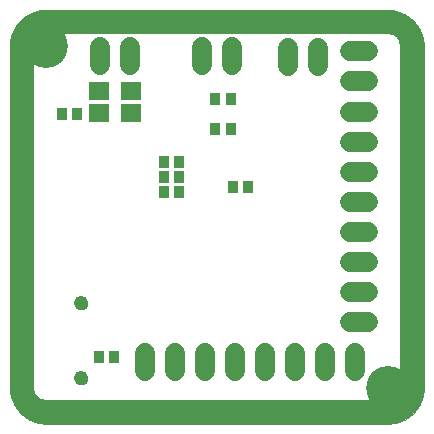
<source format=gbs>
G04 EAGLE Gerber RS-274X export*
G75*
%MOMM*%
%FSLAX35Y35*%
%LPD*%
%INsolder_mask_bottom*%
%IPPOS*%
%AMOC8*
5,1,8,0,0,1.08239X$1,22.5*%
G01*
%ADD10C,0.000000*%
%ADD11C,2.000000*%
%ADD12R,0.903200X1.103200*%
%ADD13R,1.703200X1.503200*%
%ADD14C,1.727200*%
%ADD15C,1.223200*%
%ADD16C,3.719200*%


D10*
X100Y3199800D02*
X100Y299800D01*
X188Y292551D01*
X450Y285306D01*
X888Y278070D01*
X1501Y270846D01*
X2287Y263639D01*
X3248Y256453D01*
X4382Y249293D01*
X5689Y242162D01*
X7168Y235065D01*
X8817Y228005D01*
X10637Y220988D01*
X12626Y214016D01*
X14783Y207095D01*
X17106Y200228D01*
X19595Y193419D01*
X22248Y186672D01*
X25062Y179991D01*
X28038Y173380D01*
X31172Y166843D01*
X34463Y160383D01*
X37910Y154005D01*
X41509Y147712D01*
X45260Y141508D01*
X49159Y135396D01*
X53205Y129381D01*
X57395Y123464D01*
X61727Y117651D01*
X66198Y111944D01*
X70805Y106347D01*
X75547Y100863D01*
X80419Y95495D01*
X85420Y90247D01*
X90547Y85120D01*
X95795Y80119D01*
X101163Y75247D01*
X106647Y70505D01*
X112244Y65898D01*
X117951Y61427D01*
X123764Y57095D01*
X129681Y52905D01*
X135696Y48859D01*
X141808Y44960D01*
X148012Y41209D01*
X154305Y37610D01*
X160683Y34163D01*
X167143Y30872D01*
X173680Y27738D01*
X180291Y24762D01*
X186972Y21948D01*
X193719Y19295D01*
X200528Y16806D01*
X207395Y14483D01*
X214316Y12326D01*
X221288Y10337D01*
X228305Y8517D01*
X235365Y6868D01*
X242462Y5389D01*
X249593Y4082D01*
X256753Y2948D01*
X263939Y1987D01*
X271146Y1201D01*
X278370Y588D01*
X285606Y150D01*
X292851Y-112D01*
X300100Y-200D01*
X3200100Y-200D01*
X3207349Y-112D01*
X3214594Y150D01*
X3221830Y588D01*
X3229054Y1201D01*
X3236261Y1987D01*
X3243447Y2948D01*
X3250607Y4082D01*
X3257738Y5389D01*
X3264835Y6868D01*
X3271895Y8517D01*
X3278912Y10337D01*
X3285884Y12326D01*
X3292805Y14483D01*
X3299672Y16806D01*
X3306481Y19295D01*
X3313228Y21948D01*
X3319909Y24762D01*
X3326520Y27738D01*
X3333057Y30872D01*
X3339517Y34163D01*
X3345895Y37610D01*
X3352188Y41209D01*
X3358392Y44960D01*
X3364504Y48859D01*
X3370519Y52905D01*
X3376436Y57095D01*
X3382249Y61427D01*
X3387956Y65898D01*
X3393553Y70505D01*
X3399037Y75247D01*
X3404405Y80119D01*
X3409653Y85120D01*
X3414780Y90247D01*
X3419781Y95495D01*
X3424653Y100863D01*
X3429395Y106347D01*
X3434002Y111944D01*
X3438473Y117651D01*
X3442805Y123464D01*
X3446995Y129381D01*
X3451041Y135396D01*
X3454940Y141508D01*
X3458691Y147712D01*
X3462290Y154005D01*
X3465737Y160383D01*
X3469028Y166843D01*
X3472162Y173380D01*
X3475138Y179991D01*
X3477952Y186672D01*
X3480605Y193419D01*
X3483094Y200228D01*
X3485417Y207095D01*
X3487574Y214016D01*
X3489563Y220988D01*
X3491383Y228005D01*
X3493032Y235065D01*
X3494511Y242162D01*
X3495818Y249293D01*
X3496952Y256453D01*
X3497913Y263639D01*
X3498699Y270846D01*
X3499312Y278070D01*
X3499750Y285306D01*
X3500012Y292551D01*
X3500100Y299800D01*
X3500100Y3199800D01*
X3500012Y3207049D01*
X3499750Y3214294D01*
X3499312Y3221530D01*
X3498699Y3228754D01*
X3497913Y3235961D01*
X3496952Y3243147D01*
X3495818Y3250307D01*
X3494511Y3257438D01*
X3493032Y3264535D01*
X3491383Y3271595D01*
X3489563Y3278612D01*
X3487574Y3285584D01*
X3485417Y3292505D01*
X3483094Y3299372D01*
X3480605Y3306181D01*
X3477952Y3312928D01*
X3475138Y3319609D01*
X3472162Y3326220D01*
X3469028Y3332757D01*
X3465737Y3339217D01*
X3462290Y3345595D01*
X3458691Y3351888D01*
X3454940Y3358092D01*
X3451041Y3364204D01*
X3446995Y3370219D01*
X3442805Y3376136D01*
X3438473Y3381949D01*
X3434002Y3387656D01*
X3429395Y3393253D01*
X3424653Y3398737D01*
X3419781Y3404105D01*
X3414780Y3409353D01*
X3409653Y3414480D01*
X3404405Y3419481D01*
X3399037Y3424353D01*
X3393553Y3429095D01*
X3387956Y3433702D01*
X3382249Y3438173D01*
X3376436Y3442505D01*
X3370519Y3446695D01*
X3364504Y3450741D01*
X3358392Y3454640D01*
X3352188Y3458391D01*
X3345895Y3461990D01*
X3339517Y3465437D01*
X3333057Y3468728D01*
X3326520Y3471862D01*
X3319909Y3474838D01*
X3313228Y3477652D01*
X3306481Y3480305D01*
X3299672Y3482794D01*
X3292805Y3485117D01*
X3285884Y3487274D01*
X3278912Y3489263D01*
X3271895Y3491083D01*
X3264835Y3492732D01*
X3257738Y3494211D01*
X3250607Y3495518D01*
X3243447Y3496652D01*
X3236261Y3497613D01*
X3229054Y3498399D01*
X3221830Y3499012D01*
X3214594Y3499450D01*
X3207349Y3499712D01*
X3200100Y3499800D01*
X300100Y3499800D01*
X292851Y3499712D01*
X285606Y3499450D01*
X278370Y3499012D01*
X271146Y3498399D01*
X263939Y3497613D01*
X256753Y3496652D01*
X249593Y3495518D01*
X242462Y3494211D01*
X235365Y3492732D01*
X228305Y3491083D01*
X221288Y3489263D01*
X214316Y3487274D01*
X207395Y3485117D01*
X200528Y3482794D01*
X193719Y3480305D01*
X186972Y3477652D01*
X180291Y3474838D01*
X173680Y3471862D01*
X167143Y3468728D01*
X160683Y3465437D01*
X154305Y3461990D01*
X148012Y3458391D01*
X141808Y3454640D01*
X135696Y3450741D01*
X129681Y3446695D01*
X123764Y3442505D01*
X117951Y3438173D01*
X112244Y3433702D01*
X106647Y3429095D01*
X101163Y3424353D01*
X95795Y3419481D01*
X90547Y3414480D01*
X85420Y3409353D01*
X80419Y3404105D01*
X75547Y3398737D01*
X70805Y3393253D01*
X66198Y3387656D01*
X61727Y3381949D01*
X57395Y3376136D01*
X53205Y3370219D01*
X49159Y3364204D01*
X45260Y3358092D01*
X41509Y3351888D01*
X37910Y3345595D01*
X34463Y3339217D01*
X31172Y3332757D01*
X28038Y3326220D01*
X25062Y3319609D01*
X22248Y3312928D01*
X19595Y3306181D01*
X17106Y3299372D01*
X14783Y3292505D01*
X12626Y3285584D01*
X10637Y3278612D01*
X8817Y3271595D01*
X7168Y3264535D01*
X5689Y3257438D01*
X4382Y3250307D01*
X3248Y3243147D01*
X2287Y3235961D01*
X1501Y3228754D01*
X888Y3221530D01*
X450Y3214294D01*
X188Y3207049D01*
X100Y3199800D01*
D11*
X300000Y100000D02*
X3200000Y100000D01*
X300000Y100000D02*
X295167Y100058D01*
X290337Y100234D01*
X285513Y100525D01*
X280697Y100934D01*
X275893Y101458D01*
X271102Y102099D01*
X266329Y102855D01*
X261575Y103726D01*
X256843Y104712D01*
X252137Y105812D01*
X247459Y107025D01*
X242811Y108351D01*
X238197Y109789D01*
X233618Y111338D01*
X229079Y112997D01*
X224581Y114765D01*
X220127Y116642D01*
X215720Y118625D01*
X211362Y120715D01*
X207055Y122909D01*
X202803Y125206D01*
X198608Y127606D01*
X194472Y130106D01*
X190397Y132706D01*
X186387Y135403D01*
X182443Y138197D01*
X178567Y141084D01*
X174763Y144065D01*
X171032Y147137D01*
X167375Y150298D01*
X163797Y153546D01*
X160298Y156880D01*
X156880Y160298D01*
X153546Y163797D01*
X150298Y167375D01*
X147137Y171032D01*
X144065Y174763D01*
X141084Y178567D01*
X138197Y182443D01*
X135403Y186387D01*
X132706Y190397D01*
X130106Y194472D01*
X127606Y198608D01*
X125206Y202803D01*
X122909Y207055D01*
X120715Y211362D01*
X118625Y215720D01*
X116642Y220127D01*
X114765Y224581D01*
X112997Y229079D01*
X111338Y233618D01*
X109789Y238197D01*
X108351Y242811D01*
X107025Y247459D01*
X105812Y252137D01*
X104712Y256843D01*
X103726Y261575D01*
X102855Y266329D01*
X102099Y271102D01*
X101458Y275893D01*
X100934Y280697D01*
X100525Y285513D01*
X100234Y290337D01*
X100058Y295167D01*
X100000Y300000D01*
X100000Y3200000D01*
X100058Y3204833D01*
X100234Y3209663D01*
X100525Y3214487D01*
X100934Y3219303D01*
X101458Y3224107D01*
X102099Y3228898D01*
X102855Y3233671D01*
X103726Y3238425D01*
X104712Y3243157D01*
X105812Y3247863D01*
X107025Y3252541D01*
X108351Y3257189D01*
X109789Y3261803D01*
X111338Y3266382D01*
X112997Y3270921D01*
X114765Y3275419D01*
X116642Y3279873D01*
X118625Y3284280D01*
X120715Y3288638D01*
X122909Y3292945D01*
X125206Y3297197D01*
X127606Y3301392D01*
X130106Y3305528D01*
X132706Y3309603D01*
X135403Y3313613D01*
X138197Y3317557D01*
X141084Y3321433D01*
X144065Y3325237D01*
X147137Y3328968D01*
X150298Y3332625D01*
X153546Y3336203D01*
X156880Y3339702D01*
X160298Y3343120D01*
X163797Y3346454D01*
X167375Y3349702D01*
X171032Y3352863D01*
X174763Y3355935D01*
X178567Y3358916D01*
X182443Y3361803D01*
X186387Y3364597D01*
X190397Y3367294D01*
X194472Y3369894D01*
X198608Y3372394D01*
X202803Y3374794D01*
X207055Y3377091D01*
X211362Y3379285D01*
X215720Y3381375D01*
X220127Y3383358D01*
X224581Y3385235D01*
X229079Y3387003D01*
X233618Y3388662D01*
X238197Y3390211D01*
X242811Y3391649D01*
X247459Y3392975D01*
X252137Y3394188D01*
X256843Y3395288D01*
X261575Y3396274D01*
X266329Y3397145D01*
X271102Y3397901D01*
X275893Y3398542D01*
X280697Y3399066D01*
X285513Y3399475D01*
X290337Y3399766D01*
X295167Y3399942D01*
X300000Y3400000D01*
X3200000Y3400000D01*
X3204833Y3399942D01*
X3209663Y3399766D01*
X3214487Y3399475D01*
X3219303Y3399066D01*
X3224107Y3398542D01*
X3228898Y3397901D01*
X3233671Y3397145D01*
X3238425Y3396274D01*
X3243157Y3395288D01*
X3247863Y3394188D01*
X3252541Y3392975D01*
X3257189Y3391649D01*
X3261803Y3390211D01*
X3266382Y3388662D01*
X3270921Y3387003D01*
X3275419Y3385235D01*
X3279873Y3383358D01*
X3284280Y3381375D01*
X3288638Y3379285D01*
X3292945Y3377091D01*
X3297197Y3374794D01*
X3301392Y3372394D01*
X3305528Y3369894D01*
X3309603Y3367294D01*
X3313613Y3364597D01*
X3317557Y3361803D01*
X3321433Y3358916D01*
X3325237Y3355935D01*
X3328968Y3352863D01*
X3332625Y3349702D01*
X3336203Y3346454D01*
X3339702Y3343120D01*
X3343120Y3339702D01*
X3346454Y3336203D01*
X3349702Y3332625D01*
X3352863Y3328968D01*
X3355935Y3325237D01*
X3358916Y3321433D01*
X3361803Y3317557D01*
X3364597Y3313613D01*
X3367294Y3309603D01*
X3369894Y3305528D01*
X3372394Y3301392D01*
X3374794Y3297197D01*
X3377091Y3292945D01*
X3379285Y3288638D01*
X3381375Y3284280D01*
X3383358Y3279873D01*
X3385235Y3275419D01*
X3387003Y3270921D01*
X3388662Y3266382D01*
X3390211Y3261803D01*
X3391649Y3257189D01*
X3392975Y3252541D01*
X3394188Y3247863D01*
X3395288Y3243157D01*
X3396274Y3238425D01*
X3397145Y3233671D01*
X3397901Y3228898D01*
X3398542Y3224107D01*
X3399066Y3219303D01*
X3399475Y3214487D01*
X3399766Y3209663D01*
X3399942Y3204833D01*
X3400000Y3200000D01*
X3400000Y300000D01*
X3399942Y295167D01*
X3399766Y290337D01*
X3399475Y285513D01*
X3399066Y280697D01*
X3398542Y275893D01*
X3397901Y271102D01*
X3397145Y266329D01*
X3396274Y261575D01*
X3395288Y256843D01*
X3394188Y252137D01*
X3392975Y247459D01*
X3391649Y242811D01*
X3390211Y238197D01*
X3388662Y233618D01*
X3387003Y229079D01*
X3385235Y224581D01*
X3383358Y220127D01*
X3381375Y215720D01*
X3379285Y211362D01*
X3377091Y207055D01*
X3374794Y202803D01*
X3372394Y198608D01*
X3369894Y194472D01*
X3367294Y190397D01*
X3364597Y186387D01*
X3361803Y182443D01*
X3358916Y178567D01*
X3355935Y174763D01*
X3352863Y171032D01*
X3349702Y167375D01*
X3346454Y163797D01*
X3343120Y160298D01*
X3339702Y156880D01*
X3336203Y153546D01*
X3332625Y150298D01*
X3328968Y147137D01*
X3325237Y144065D01*
X3321433Y141084D01*
X3317557Y138197D01*
X3313613Y135403D01*
X3309603Y132706D01*
X3305528Y130106D01*
X3301392Y127606D01*
X3297197Y125206D01*
X3292945Y122909D01*
X3288638Y120715D01*
X3284280Y118625D01*
X3279873Y116642D01*
X3275419Y114765D01*
X3270921Y112997D01*
X3266382Y111338D01*
X3261803Y109789D01*
X3257189Y108351D01*
X3252541Y107025D01*
X3247863Y105812D01*
X3243157Y104712D01*
X3238425Y103726D01*
X3233671Y102855D01*
X3228898Y102099D01*
X3224107Y101458D01*
X3219303Y100934D01*
X3214487Y100525D01*
X3209663Y100234D01*
X3204833Y100058D01*
X3200000Y100000D01*
D12*
X1865000Y2748000D03*
X1735000Y2748000D03*
X1735000Y2498000D03*
X1865000Y2498000D03*
X1427500Y2087500D03*
X1297500Y2087500D03*
X2015000Y2000000D03*
X1885000Y2000000D03*
X1427500Y1962500D03*
X1297500Y1962500D03*
X747500Y562500D03*
X877500Y562500D03*
X1297500Y2212500D03*
X1427500Y2212500D03*
D13*
X1025000Y2820000D03*
X1025000Y2630000D03*
D14*
X1016000Y3035300D02*
X1016000Y3187700D01*
X762000Y3187700D02*
X762000Y3035300D01*
X1873250Y3035300D02*
X1873250Y3187700D01*
X1619250Y3187700D02*
X1619250Y3035300D01*
D12*
X565000Y2625000D03*
X435000Y2625000D03*
D13*
X750000Y2630000D03*
X750000Y2820000D03*
D14*
X1136000Y601200D02*
X1136000Y448800D01*
X1390000Y448800D02*
X1390000Y601200D01*
X1644000Y601200D02*
X1644000Y448800D01*
X1898000Y448800D02*
X1898000Y601200D01*
X2152000Y601200D02*
X2152000Y448800D01*
X2406000Y448800D02*
X2406000Y601200D01*
X2660000Y601200D02*
X2660000Y448800D01*
X2914000Y448800D02*
X2914000Y601200D01*
X2873800Y861000D02*
X3026200Y861000D01*
X3026200Y1115000D02*
X2873800Y1115000D01*
X2873800Y1369000D02*
X3026200Y1369000D01*
X3026200Y1623000D02*
X2873800Y1623000D01*
X2873800Y1877000D02*
X3026200Y1877000D01*
X3026200Y2131000D02*
X2873800Y2131000D01*
X2873800Y2385000D02*
X3026200Y2385000D01*
X3026200Y2639000D02*
X2873800Y2639000D01*
X2873800Y2898000D02*
X3026200Y2898000D01*
X3026200Y3152000D02*
X2873800Y3152000D01*
X2602000Y3176200D02*
X2602000Y3023800D01*
X2348000Y3023800D02*
X2348000Y3176200D01*
D10*
X549000Y1017500D02*
X549015Y1018752D01*
X549061Y1020002D01*
X549138Y1021252D01*
X549246Y1022499D01*
X549384Y1023743D01*
X549552Y1024983D01*
X549751Y1026219D01*
X549980Y1027450D01*
X550239Y1028674D01*
X550528Y1029892D01*
X550847Y1031102D01*
X551196Y1032305D01*
X551574Y1033498D01*
X551981Y1034681D01*
X552417Y1035855D01*
X552882Y1037017D01*
X553375Y1038167D01*
X553897Y1039305D01*
X554446Y1040430D01*
X555022Y1041541D01*
X555626Y1042638D01*
X556256Y1043719D01*
X556912Y1044785D01*
X557595Y1045834D01*
X558303Y1046866D01*
X559036Y1047881D01*
X559794Y1048877D01*
X560576Y1049854D01*
X561382Y1050812D01*
X562211Y1051750D01*
X563063Y1052667D01*
X563938Y1053562D01*
X564833Y1054437D01*
X565750Y1055289D01*
X566688Y1056118D01*
X567646Y1056924D01*
X568623Y1057706D01*
X569619Y1058464D01*
X570634Y1059197D01*
X571666Y1059905D01*
X572715Y1060588D01*
X573781Y1061244D01*
X574862Y1061874D01*
X575959Y1062478D01*
X577070Y1063054D01*
X578195Y1063603D01*
X579333Y1064125D01*
X580483Y1064618D01*
X581645Y1065083D01*
X582819Y1065519D01*
X584002Y1065926D01*
X585195Y1066304D01*
X586398Y1066653D01*
X587608Y1066972D01*
X588826Y1067261D01*
X590050Y1067520D01*
X591281Y1067749D01*
X592517Y1067948D01*
X593757Y1068116D01*
X595001Y1068254D01*
X596248Y1068362D01*
X597498Y1068439D01*
X598748Y1068485D01*
X600000Y1068500D01*
X601252Y1068485D01*
X602502Y1068439D01*
X603752Y1068362D01*
X604999Y1068254D01*
X606243Y1068116D01*
X607483Y1067948D01*
X608719Y1067749D01*
X609950Y1067520D01*
X611174Y1067261D01*
X612392Y1066972D01*
X613602Y1066653D01*
X614805Y1066304D01*
X615998Y1065926D01*
X617181Y1065519D01*
X618355Y1065083D01*
X619517Y1064618D01*
X620667Y1064125D01*
X621805Y1063603D01*
X622930Y1063054D01*
X624041Y1062478D01*
X625138Y1061874D01*
X626219Y1061244D01*
X627285Y1060588D01*
X628334Y1059905D01*
X629366Y1059197D01*
X630381Y1058464D01*
X631377Y1057706D01*
X632354Y1056924D01*
X633312Y1056118D01*
X634250Y1055289D01*
X635167Y1054437D01*
X636062Y1053562D01*
X636937Y1052667D01*
X637789Y1051750D01*
X638618Y1050812D01*
X639424Y1049854D01*
X640206Y1048877D01*
X640964Y1047881D01*
X641697Y1046866D01*
X642405Y1045834D01*
X643088Y1044785D01*
X643744Y1043719D01*
X644374Y1042638D01*
X644978Y1041541D01*
X645554Y1040430D01*
X646103Y1039305D01*
X646625Y1038167D01*
X647118Y1037017D01*
X647583Y1035855D01*
X648019Y1034681D01*
X648426Y1033498D01*
X648804Y1032305D01*
X649153Y1031102D01*
X649472Y1029892D01*
X649761Y1028674D01*
X650020Y1027450D01*
X650249Y1026219D01*
X650448Y1024983D01*
X650616Y1023743D01*
X650754Y1022499D01*
X650862Y1021252D01*
X650939Y1020002D01*
X650985Y1018752D01*
X651000Y1017500D01*
X650985Y1016248D01*
X650939Y1014998D01*
X650862Y1013748D01*
X650754Y1012501D01*
X650616Y1011257D01*
X650448Y1010017D01*
X650249Y1008781D01*
X650020Y1007550D01*
X649761Y1006326D01*
X649472Y1005108D01*
X649153Y1003898D01*
X648804Y1002695D01*
X648426Y1001502D01*
X648019Y1000319D01*
X647583Y999145D01*
X647118Y997983D01*
X646625Y996833D01*
X646103Y995695D01*
X645554Y994570D01*
X644978Y993459D01*
X644374Y992362D01*
X643744Y991281D01*
X643088Y990215D01*
X642405Y989166D01*
X641697Y988134D01*
X640964Y987119D01*
X640206Y986123D01*
X639424Y985146D01*
X638618Y984188D01*
X637789Y983250D01*
X636937Y982333D01*
X636062Y981438D01*
X635167Y980563D01*
X634250Y979711D01*
X633312Y978882D01*
X632354Y978076D01*
X631377Y977294D01*
X630381Y976536D01*
X629366Y975803D01*
X628334Y975095D01*
X627285Y974412D01*
X626219Y973756D01*
X625138Y973126D01*
X624041Y972522D01*
X622930Y971946D01*
X621805Y971397D01*
X620667Y970875D01*
X619517Y970382D01*
X618355Y969917D01*
X617181Y969481D01*
X615998Y969074D01*
X614805Y968696D01*
X613602Y968347D01*
X612392Y968028D01*
X611174Y967739D01*
X609950Y967480D01*
X608719Y967251D01*
X607483Y967052D01*
X606243Y966884D01*
X604999Y966746D01*
X603752Y966638D01*
X602502Y966561D01*
X601252Y966515D01*
X600000Y966500D01*
X598748Y966515D01*
X597498Y966561D01*
X596248Y966638D01*
X595001Y966746D01*
X593757Y966884D01*
X592517Y967052D01*
X591281Y967251D01*
X590050Y967480D01*
X588826Y967739D01*
X587608Y968028D01*
X586398Y968347D01*
X585195Y968696D01*
X584002Y969074D01*
X582819Y969481D01*
X581645Y969917D01*
X580483Y970382D01*
X579333Y970875D01*
X578195Y971397D01*
X577070Y971946D01*
X575959Y972522D01*
X574862Y973126D01*
X573781Y973756D01*
X572715Y974412D01*
X571666Y975095D01*
X570634Y975803D01*
X569619Y976536D01*
X568623Y977294D01*
X567646Y978076D01*
X566688Y978882D01*
X565750Y979711D01*
X564833Y980563D01*
X563938Y981438D01*
X563063Y982333D01*
X562211Y983250D01*
X561382Y984188D01*
X560576Y985146D01*
X559794Y986123D01*
X559036Y987119D01*
X558303Y988134D01*
X557595Y989166D01*
X556912Y990215D01*
X556256Y991281D01*
X555626Y992362D01*
X555022Y993459D01*
X554446Y994570D01*
X553897Y995695D01*
X553375Y996833D01*
X552882Y997983D01*
X552417Y999145D01*
X551981Y1000319D01*
X551574Y1001502D01*
X551196Y1002695D01*
X550847Y1003898D01*
X550528Y1005108D01*
X550239Y1006326D01*
X549980Y1007550D01*
X549751Y1008781D01*
X549552Y1010017D01*
X549384Y1011257D01*
X549246Y1012501D01*
X549138Y1013748D01*
X549061Y1014998D01*
X549015Y1016248D01*
X549000Y1017500D01*
D15*
X600000Y1017500D03*
D10*
X549000Y382500D02*
X549015Y383752D01*
X549061Y385002D01*
X549138Y386252D01*
X549246Y387499D01*
X549384Y388743D01*
X549552Y389983D01*
X549751Y391219D01*
X549980Y392450D01*
X550239Y393674D01*
X550528Y394892D01*
X550847Y396102D01*
X551196Y397305D01*
X551574Y398498D01*
X551981Y399681D01*
X552417Y400855D01*
X552882Y402017D01*
X553375Y403167D01*
X553897Y404305D01*
X554446Y405430D01*
X555022Y406541D01*
X555626Y407638D01*
X556256Y408719D01*
X556912Y409785D01*
X557595Y410834D01*
X558303Y411866D01*
X559036Y412881D01*
X559794Y413877D01*
X560576Y414854D01*
X561382Y415812D01*
X562211Y416750D01*
X563063Y417667D01*
X563938Y418562D01*
X564833Y419437D01*
X565750Y420289D01*
X566688Y421118D01*
X567646Y421924D01*
X568623Y422706D01*
X569619Y423464D01*
X570634Y424197D01*
X571666Y424905D01*
X572715Y425588D01*
X573781Y426244D01*
X574862Y426874D01*
X575959Y427478D01*
X577070Y428054D01*
X578195Y428603D01*
X579333Y429125D01*
X580483Y429618D01*
X581645Y430083D01*
X582819Y430519D01*
X584002Y430926D01*
X585195Y431304D01*
X586398Y431653D01*
X587608Y431972D01*
X588826Y432261D01*
X590050Y432520D01*
X591281Y432749D01*
X592517Y432948D01*
X593757Y433116D01*
X595001Y433254D01*
X596248Y433362D01*
X597498Y433439D01*
X598748Y433485D01*
X600000Y433500D01*
X601252Y433485D01*
X602502Y433439D01*
X603752Y433362D01*
X604999Y433254D01*
X606243Y433116D01*
X607483Y432948D01*
X608719Y432749D01*
X609950Y432520D01*
X611174Y432261D01*
X612392Y431972D01*
X613602Y431653D01*
X614805Y431304D01*
X615998Y430926D01*
X617181Y430519D01*
X618355Y430083D01*
X619517Y429618D01*
X620667Y429125D01*
X621805Y428603D01*
X622930Y428054D01*
X624041Y427478D01*
X625138Y426874D01*
X626219Y426244D01*
X627285Y425588D01*
X628334Y424905D01*
X629366Y424197D01*
X630381Y423464D01*
X631377Y422706D01*
X632354Y421924D01*
X633312Y421118D01*
X634250Y420289D01*
X635167Y419437D01*
X636062Y418562D01*
X636937Y417667D01*
X637789Y416750D01*
X638618Y415812D01*
X639424Y414854D01*
X640206Y413877D01*
X640964Y412881D01*
X641697Y411866D01*
X642405Y410834D01*
X643088Y409785D01*
X643744Y408719D01*
X644374Y407638D01*
X644978Y406541D01*
X645554Y405430D01*
X646103Y404305D01*
X646625Y403167D01*
X647118Y402017D01*
X647583Y400855D01*
X648019Y399681D01*
X648426Y398498D01*
X648804Y397305D01*
X649153Y396102D01*
X649472Y394892D01*
X649761Y393674D01*
X650020Y392450D01*
X650249Y391219D01*
X650448Y389983D01*
X650616Y388743D01*
X650754Y387499D01*
X650862Y386252D01*
X650939Y385002D01*
X650985Y383752D01*
X651000Y382500D01*
X650985Y381248D01*
X650939Y379998D01*
X650862Y378748D01*
X650754Y377501D01*
X650616Y376257D01*
X650448Y375017D01*
X650249Y373781D01*
X650020Y372550D01*
X649761Y371326D01*
X649472Y370108D01*
X649153Y368898D01*
X648804Y367695D01*
X648426Y366502D01*
X648019Y365319D01*
X647583Y364145D01*
X647118Y362983D01*
X646625Y361833D01*
X646103Y360695D01*
X645554Y359570D01*
X644978Y358459D01*
X644374Y357362D01*
X643744Y356281D01*
X643088Y355215D01*
X642405Y354166D01*
X641697Y353134D01*
X640964Y352119D01*
X640206Y351123D01*
X639424Y350146D01*
X638618Y349188D01*
X637789Y348250D01*
X636937Y347333D01*
X636062Y346438D01*
X635167Y345563D01*
X634250Y344711D01*
X633312Y343882D01*
X632354Y343076D01*
X631377Y342294D01*
X630381Y341536D01*
X629366Y340803D01*
X628334Y340095D01*
X627285Y339412D01*
X626219Y338756D01*
X625138Y338126D01*
X624041Y337522D01*
X622930Y336946D01*
X621805Y336397D01*
X620667Y335875D01*
X619517Y335382D01*
X618355Y334917D01*
X617181Y334481D01*
X615998Y334074D01*
X614805Y333696D01*
X613602Y333347D01*
X612392Y333028D01*
X611174Y332739D01*
X609950Y332480D01*
X608719Y332251D01*
X607483Y332052D01*
X606243Y331884D01*
X604999Y331746D01*
X603752Y331638D01*
X602502Y331561D01*
X601252Y331515D01*
X600000Y331500D01*
X598748Y331515D01*
X597498Y331561D01*
X596248Y331638D01*
X595001Y331746D01*
X593757Y331884D01*
X592517Y332052D01*
X591281Y332251D01*
X590050Y332480D01*
X588826Y332739D01*
X587608Y333028D01*
X586398Y333347D01*
X585195Y333696D01*
X584002Y334074D01*
X582819Y334481D01*
X581645Y334917D01*
X580483Y335382D01*
X579333Y335875D01*
X578195Y336397D01*
X577070Y336946D01*
X575959Y337522D01*
X574862Y338126D01*
X573781Y338756D01*
X572715Y339412D01*
X571666Y340095D01*
X570634Y340803D01*
X569619Y341536D01*
X568623Y342294D01*
X567646Y343076D01*
X566688Y343882D01*
X565750Y344711D01*
X564833Y345563D01*
X563938Y346438D01*
X563063Y347333D01*
X562211Y348250D01*
X561382Y349188D01*
X560576Y350146D01*
X559794Y351123D01*
X559036Y352119D01*
X558303Y353134D01*
X557595Y354166D01*
X556912Y355215D01*
X556256Y356281D01*
X555626Y357362D01*
X555022Y358459D01*
X554446Y359570D01*
X553897Y360695D01*
X553375Y361833D01*
X552882Y362983D01*
X552417Y364145D01*
X551981Y365319D01*
X551574Y366502D01*
X551196Y367695D01*
X550847Y368898D01*
X550528Y370108D01*
X550239Y371326D01*
X549980Y372550D01*
X549751Y373781D01*
X549552Y375017D01*
X549384Y376257D01*
X549246Y377501D01*
X549138Y378748D01*
X549061Y379998D01*
X549015Y381248D01*
X549000Y382500D01*
D15*
X600000Y382500D03*
D16*
X300000Y3200000D03*
X3200000Y300000D03*
M02*

</source>
